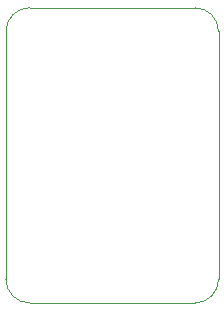
<source format=gbr>
G04 #@! TF.FileFunction,Profile,NP*
%FSLAX46Y46*%
G04 Gerber Fmt 4.6, Leading zero omitted, Abs format (unit mm)*
G04 Created by KiCad (PCBNEW 4.0.2-stable) date Sunday, 31 July 2016 'amt' 02:58:03*
%MOMM*%
G01*
G04 APERTURE LIST*
%ADD10C,0.100000*%
G04 APERTURE END LIST*
D10*
X0Y-23000000D02*
X0Y-2000000D01*
X16000000Y-25000000D02*
X2000000Y-25000000D01*
X18000000Y-2000000D02*
X18000000Y-23000000D01*
X2000000Y0D02*
X16000000Y0D01*
X0Y-23000000D02*
G75*
G03X2000000Y-25000000I2000000J0D01*
G01*
X16000000Y-25000000D02*
G75*
G03X18000000Y-23000000I0J2000000D01*
G01*
X18000000Y-2000000D02*
G75*
G03X16000000Y0I-2000000J0D01*
G01*
X2000000Y0D02*
G75*
G03X0Y-2000000I0J-2000000D01*
G01*
M02*

</source>
